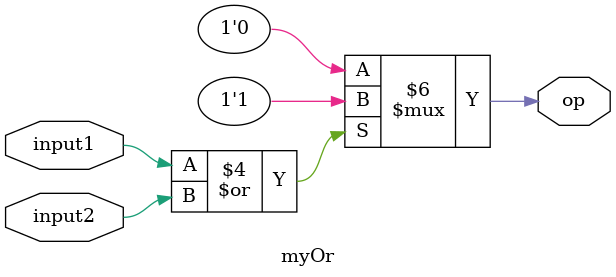
<source format=sv>
module myOr(input1, input2, op);
    input input1, input2;
    output reg op;
    
    always @(input1, input2)
    begin
        if (input1 == 1 | input2 == 1)
            op = 1;
        else
            op = 0;
    end
endmodule
</source>
